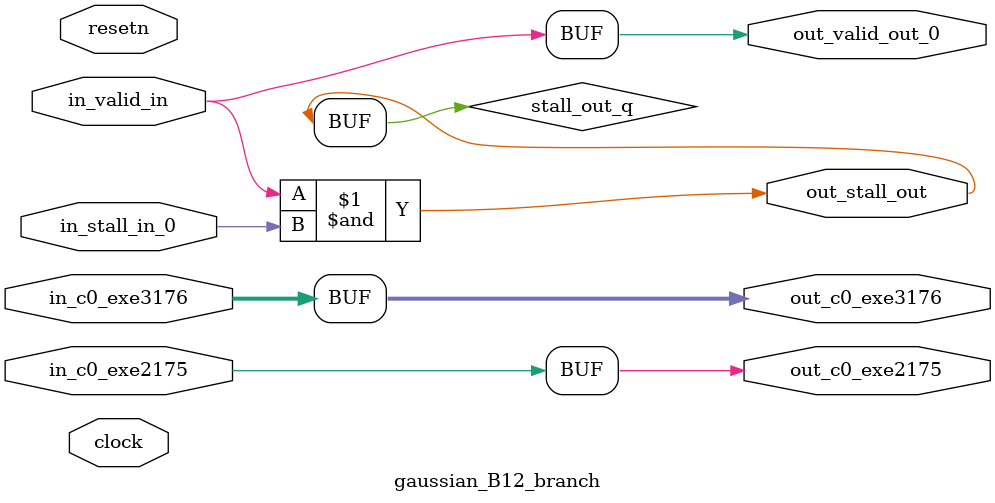
<source format=sv>



(* altera_attribute = "-name AUTO_SHIFT_REGISTER_RECOGNITION OFF; -name MESSAGE_DISABLE 10036; -name MESSAGE_DISABLE 10037; -name MESSAGE_DISABLE 14130; -name MESSAGE_DISABLE 14320; -name MESSAGE_DISABLE 15400; -name MESSAGE_DISABLE 14130; -name MESSAGE_DISABLE 10036; -name MESSAGE_DISABLE 12020; -name MESSAGE_DISABLE 12030; -name MESSAGE_DISABLE 12010; -name MESSAGE_DISABLE 12110; -name MESSAGE_DISABLE 14320; -name MESSAGE_DISABLE 13410; -name MESSAGE_DISABLE 113007; -name MESSAGE_DISABLE 10958" *)
module gaussian_B12_branch (
    input wire [0:0] in_c0_exe2175,
    input wire [31:0] in_c0_exe3176,
    input wire [0:0] in_stall_in_0,
    input wire [0:0] in_valid_in,
    output wire [0:0] out_c0_exe2175,
    output wire [31:0] out_c0_exe3176,
    output wire [0:0] out_stall_out,
    output wire [0:0] out_valid_out_0,
    input wire clock,
    input wire resetn
    );

    wire [0:0] stall_out_q;


    // out_c0_exe2175(GPOUT,6)
    assign out_c0_exe2175 = in_c0_exe2175;

    // out_c0_exe3176(GPOUT,7)
    assign out_c0_exe3176 = in_c0_exe3176;

    // stall_out(LOGICAL,10)
    assign stall_out_q = in_valid_in & in_stall_in_0;

    // out_stall_out(GPOUT,8)
    assign out_stall_out = stall_out_q;

    // out_valid_out_0(GPOUT,9)
    assign out_valid_out_0 = in_valid_in;

endmodule

</source>
